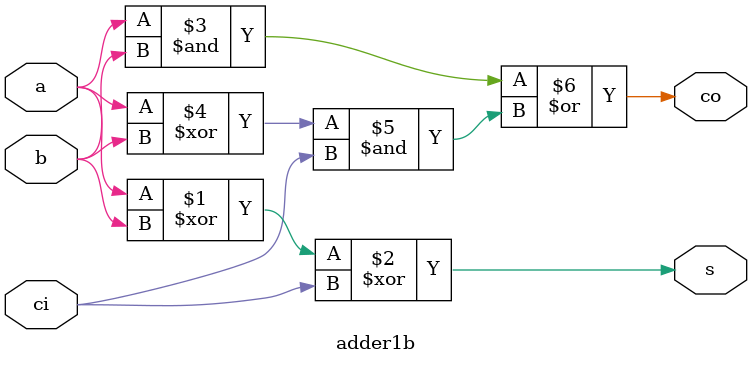
<source format=v>
`timescale 1ns / 1ps
module adder1b(a,b,s,ci,co);
	
	input a,b,ci;
	output s,co;
	assign s = a^b^ci;
	assign co = (a&b)|((a^b)&ci);

endmodule

</source>
